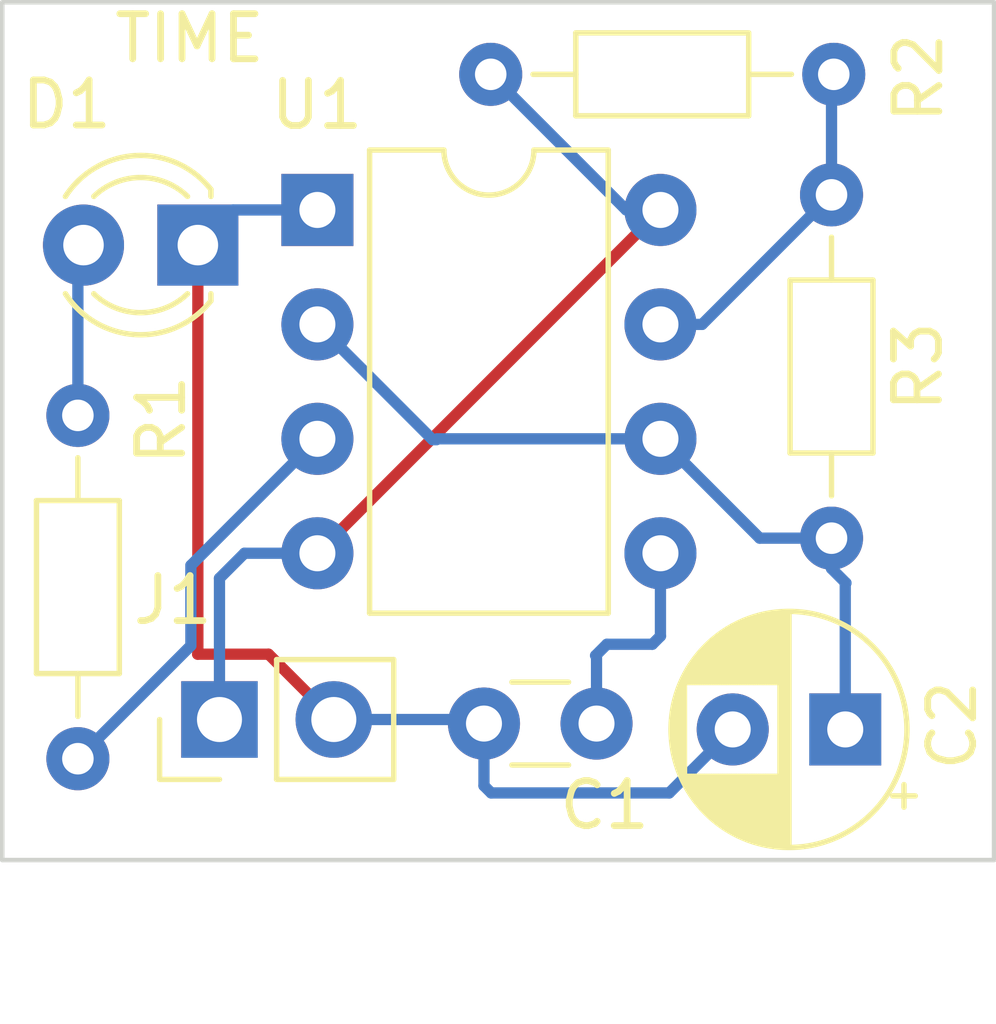
<source format=kicad_pcb>
(kicad_pcb (version 20211014) (generator pcbnew)
  (layers (0 "F.Cu" signal) (31 "B.Cu" signal) (34 "B.Paste" user) (35 "F.Paste" user) (36 "B.SilkS" user "B.Silkscreen") (37 "F.SilkS" user "F.Silkscreen") (38 "B.Mask" user) (39 "F.Mask" user) (44 "Edge.Cuts" user))
  (net 0 "")
  (net 1 "Net-(C1-Pad1)")
  (net 2 "GND")
  (net 3 "Net-(C2-Pad1)")
  (net 4 "Net-(D1-Pad2)")
  (net 5 "VCC")
  (net 6 "Net-(R1-Pad1)")
  (net 7 "Net-(R2-Pad2)")
  (footprint "Capacitor_THT:CP_Radial_D5.0mm_P2.50mm" (layer "F.Cu") (at 138.735113 95.05 180)
    (fp_text reference "C2" (at -2.374887 0.09 90) (layer "F.SilkS"))
    (fp_text value "1uF")
    (fp_line (start 1.53 1.04) (end 1.53 2.565) (layer "F.SilkS") (width 0.12))
    (fp_line (start 3.051 -1.864) (end 3.051 -1.04) (layer "F.SilkS") (width 0.12))
    (fp_line (start 3.291 -1.605) (end 3.291 -1.04) (layer "F.SilkS") (width 0.12))
    (fp_line (start 3.131 -1.785) (end 3.131 -1.04) (layer "F.SilkS") (width 0.12))
    (fp_line (start 3.371 1.04) (end 3.371 1.5) (layer "F.SilkS") (width 0.12))
    (fp_line (start 1.81 -2.52) (end 1.81 -1.04) (layer "F.SilkS") (width 0.12))
    (fp_line (start 2.091 -2.442) (end 2.091 -1.04) (layer "F.SilkS") (width 0.12))
    (fp_line (start 2.411 -2.31) (end 2.411 -1.04) (layer "F.SilkS") (width 0.12))
    (fp_line (start 1.69 1.04) (end 1.69 2.543) (layer "F.SilkS") (width 0.12))
    (fp_line (start 2.131 -2.428) (end 2.131 -1.04) (layer "F.SilkS") (width 0.12))
    (fp_line (start 3.091 1.04) (end 3.091 1.826) (layer "F.SilkS") (width 0.12))
    (fp_line (start 1.85 -2.511) (end 1.85 -1.04) (layer "F.SilkS") (width 0.12))
    (fp_line (start 1.57 1.04) (end 1.57 2.561) (layer "F.SilkS") (width 0.12))
    (fp_line (start 1.37 -2.578) (end 1.37 2.578) (layer "F.SilkS") (width 0.12))
    (fp_line (start 2.011 1.04) (end 2.011 2.468) (layer "F.SilkS") (width 0.12))
    (fp_line (start 2.971 -1.937) (end 2.971 -1.04) (layer "F.SilkS") (width 0.12))
    (fp_line (start 1.61 1.04) (end 1.61 2.556) (layer "F.SilkS") (width 0.12))
    (fp_line (start 2.811 -2.065) (end 2.811 -1.04) (layer "F.SilkS") (width 0.12))
    (fp_line (start 2.571 1.04) (end 2.571 2.224) (layer "F.SilkS") (width 0.12))
    (fp_line (start 3.291 1.04) (end 3.291 1.605) (layer "F.SilkS") (width 0.12))
    (fp_line (start 2.251 1.04) (end 2.251 2.382) (layer "F.SilkS") (width 0.12))
    (fp_line (start 1.61 -2.556) (end 1.61 -1.04) (layer "F.SilkS") (width 0.12))
    (fp_line (start 2.691 1.04) (end 2.691 2.149) (layer "F.SilkS") (width 0.12))
    (fp_line (start 2.651 1.04) (end 2.651 2.175) (layer "F.SilkS") (width 0.12))
    (fp_line (start 3.171 -1.743) (end 3.171 -1.04) (layer "F.SilkS") (width 0.12))
    (fp_line (start 3.371 -1.5) (end 3.371 -1.04) (layer "F.SilkS") (width 0.12))
    (fp_line (start 2.411 1.04) (end 2.411 2.31) (layer "F.SilkS") (width 0.12))
    (fp_line (start 2.931 -1.971) (end 2.931 -1.04) (layer "F.SilkS") (width 0.12))
    (fp_line (start 3.211 -1.699) (end 3.211 -1.04) (layer "F.SilkS") (width 0.12))
    (fp_line (start 2.011 -2.468) (end 2.011 -1.04) (layer "F.SilkS") (width 0.12))
    (fp_line (start 2.491 -2.268) (end 2.491 -1.04) (layer "F.SilkS") (width 0.12))
    (fp_line (start 2.451 1.04) (end 2.451 2.29) (layer "F.SilkS") (width 0.12))
    (fp_line (start 1.45 -2.573) (end 1.45 2.573) (layer "F.SilkS") (width 0.12))
    (fp_line (start 3.731 -0.805) (end 3.731 0.805) (layer "F.SilkS") (width 0.12))
    (fp_line (start 1.69 -2.543) (end 1.69 -1.04) (layer "F.SilkS") (width 0.12))
    (fp_line (start 3.251 1.04) (end 3.251 1.653) (layer "F.SilkS") (width 0.12))
    (fp_line (start 2.891 -2.004) (end 2.891 -1.04) (layer "F.SilkS") (width 0.12))
    (fp_line (start 1.77 1.04) (end 1.77 2.528) (layer "F.SilkS") (width 0.12))
    (fp_line (start 3.011 -1.901) (end 3.011 -1.04) (layer "F.SilkS") (width 0.12))
    (fp_line (start 3.691 -0.915) (end 3.691 0.915) (layer "F.SilkS") (width 0.12))
    (fp_line (start 2.771 1.04) (end 2.771 2.095) (layer "F.SilkS") (width 0.12))
    (fp_line (start 1.73 1.04) (end 1.73 2.536) (layer "F.SilkS") (width 0.12))
    (fp_line (start 3.091 -1.826) (end 3.091 -1.04) (layer "F.SilkS") (width 0.12))
    (fp_line (start 3.531 -1.251) (end 3.531 -1.04) (layer "F.SilkS") (width 0.12))
    (fp_line (start 3.211 1.04) (end 3.211 1.699) (layer "F.SilkS") (width 0.12))
    (fp_line (start 1.89 -2.501) (end 1.89 -1.04) (layer "F.SilkS") (width 0.12))
    (fp_line (start 2.171 -2.414) (end 2.171 -1.04) (layer "F.SilkS") (width 0.12))
    (fp_line (start 2.531 -2.247) (end 2.531 -1.04) (layer "F.SilkS") (width 0.12))
    (fp_line (start 2.211 -2.398) (end 2.211 -1.04) (layer "F.SilkS") (width 0.12))
    (fp_line (start 2.571 -2.224) (end 2.571 -1.04) (layer "F.SilkS") (width 0.12))
    (fp_line (start 3.011 1.04) (end 3.011 1.901) (layer "F.SilkS") (width 0.12))
    (fp_line (start 3.531 1.04) (end 3.531 1.251) (layer "F.SilkS") (width 0.12))
    (fp_line (start 2.051 1.04) (end 2.051 2.455) (layer "F.SilkS") (width 0.12))
    (fp_line (start 1.53 -2.565) (end 1.53 -1.04) (layer "F.SilkS") (width 0.12))
    (fp_line (start 2.371 -2.329) (end 2.371 -1.04) (layer "F.SilkS") (width 0.12))
    (fp_line (start 3.131 1.04) (end 3.131 1.785) (layer "F.SilkS") (width 0.12))
    (fp_line (start 1.89 1.04) (end 1.89 2.501) (layer "F.SilkS") (width 0.12))
    (fp_line (start 3.331 1.04) (end 3.331 1.554) (layer "F.SilkS") (width 0.12))
    (fp_line (start 1.85 1.04) (end 1.85 2.511) (layer "F.SilkS") (width 0.12))
    (fp_line (start 2.211 1.04) (end 2.211 2.398) (layer "F.SilkS") (width 0.12))
    (fp_line (start 1.57 -2.561) (end 1.57 -1.04) (layer "F.SilkS") (width 0.12))
    (fp_line (start 2.611 1.04) (end 2.611 2.2) (layer "F.SilkS") (width 0.12))
    (fp_line (start 2.731 1.04) (end 2.731 2.122) (layer "F.SilkS") (width 0.12))
    (fp_line (start 1.971 1.04) (end 1.971 2.48) (layer "F.SilkS") (width 0.12))
    (fp_line (start 1.77 -2.528) (end 1.77 -1.04) (layer "F.SilkS") (width 0.12))
    (fp_line (start 2.731 -2.122) (end 2.731 -1.04) (layer "F.SilkS") (width 0.12))
    (fp_line (start 3.491 1.04) (end 3.491 1.319) (layer "F.SilkS") (width 0.12))
    (fp_line (start 2.051 -2.455) (end 2.051 -1.04) (layer "F.SilkS") (width 0.12))
    (fp_line (start 2.851 1.04) (end 2.851 2.035) (layer "F.SilkS") (width 0.12))
    (fp_line (start 3.451 1.04) (end 3.451 1.383) (layer "F.SilkS") (width 0.12))
    (fp_line (start 2.091 1.04) (end 2.091 2.442) (layer "F.SilkS") (width 0.12))
    (fp_line (start 2.771 -2.095) (end 2.771 -1.04) (layer "F.SilkS") (width 0.12))
    (fp_line (start 2.891 1.04) (end 2.891 2.004) (layer "F.SilkS") (width 0.12))
    (fp_line (start 2.651 -2.175) (end 2.651 -1.04) (layer "F.SilkS") (width 0.12))
    (fp_line (start 2.451 -2.29) (end 2.451 -1.04) (layer "F.SilkS") (width 0.12))
    (fp_line (start 3.171 1.04) (end 3.171 1.743) (layer "F.SilkS") (width 0.12))
    (fp_line (start 3.411 -1.443) (end 3.411 -1.04) (layer "F.SilkS") (width 0.12))
    (fp_line (start 2.251 -2.382) (end 2.251 -1.04) (layer "F.SilkS") (width 0.12))
    (fp_line (start 3.251 -1.653) (end 3.251 -1.04) (layer "F.SilkS") (width 0.12))
    (fp_line (start 2.971 1.04) (end 2.971 1.937) (layer "F.SilkS") (width 0.12))
    (fp_line (start 3.611 -1.098) (end 3.611 1.098) (layer "F.SilkS") (width 0.12))
    (fp_line (start 2.531 1.04) (end 2.531 2.247) (layer "F.SilkS") (width 0.12))
    (fp_line (start 1.25 -2.58) (end 1.25 2.58) (layer "F.SilkS") (width 0.12))
    (fp_line (start 2.611 -2.2) (end 2.611 -1.04) (layer "F.SilkS") (width 0.12))
    (fp_line (start 2.331 1.04) (end 2.331 2.348) (layer "F.SilkS") (width 0.12))
    (fp_line (start 2.291 -2.365) (end 2.291 -1.04) (layer "F.SilkS") (width 0.12))
    (fp_line (start 1.41 -2.576) (end 1.41 2.576) (layer "F.SilkS") (width 0.12))
    (fp_line (start 3.571 -1.178) (end 3.571 1.178) (layer "F.SilkS") (width 0.12))
    (fp_line (start -1.554775 -1.475) (end -1.054775 -1.475) (layer "F.SilkS") (width 0.12))
    (fp_line (start 2.371 1.04) (end 2.371 2.329) (layer "F.SilkS") (width 0.12))
    (fp_line (start 2.491 1.04) (end 2.491 2.268) (layer "F.SilkS") (width 0.12))
    (fp_line (start 1.81 1.04) (end 1.81 2.52) (layer "F.SilkS") (width 0.12))
    (fp_line (start 2.851 -2.035) (end 2.851 -1.04) (layer "F.SilkS") (width 0.12))
    (fp_line (start 2.171 1.04) (end 2.171 2.414) (layer "F.SilkS") (width 0.12))
    (fp_line (start -1.304775 -1.725) (end -1.304775 -1.225) (layer "F.SilkS") (width 0.12))
    (fp_line (start 1.49 1.04) (end 1.49 2.569) (layer "F.SilkS") (width 0.12))
    (fp_line (start 1.33 -2.579) (end 1.33 2.579) (layer "F.SilkS") (width 0.12))
    (fp_line (start 2.691 -2.149) (end 2.691 -1.04) (layer "F.SilkS") (width 0.12))
    (fp_line (start 3.771 -0.677) (end 3.771 0.677) (layer "F.SilkS") (width 0.12))
    (fp_line (start 2.931 1.04) (end 2.931 1.971) (layer "F.SilkS") (width 0.12))
    (fp_line (start 3.651 -1.011) (end 3.651 1.011) (layer "F.SilkS") (width 0.12))
    (fp_line (start 1.65 -2.55) (end 1.65 -1.04) (layer "F.SilkS") (width 0.12))
    (fp_line (start 3.411 1.04) (end 3.411 1.443) (layer "F.SilkS") (width 0.12))
    (fp_line (start 3.331 -1.554) (end 3.331 -1.04) (layer "F.SilkS") (width 0.12))
    (fp_line (start 3.851 -0.284) (end 3.851 0.284) (layer "F.SilkS") (width 0.12))
    (fp_line (start 1.93 1.04) (end 1.93 2.491) (layer "F.SilkS") (width 0.12))
    (fp_line (start 3.451 -1.383) (end 3.451 -1.04) (layer "F.SilkS") (width 0.12))
    (fp_line (start 2.811 1.04) (end 2.811 2.065) (layer "F.SilkS") (width 0.12))
    (fp_line (start 2.131 1.04) (end 2.131 2.428) (layer "F.SilkS") (width 0.12))
    (fp_line (start 1.73 -2.536) (end 1.73 -1.04) (layer "F.SilkS") (width 0.12))
    (fp_line (start 3.491 -1.319) (end 3.491 -1.04) (layer "F.SilkS") (width 0.12))
    (fp_line (start 2.291 1.04) (end 2.291 2.365) (layer "F.SilkS") (width 0.12))
    (fp_line (start 1.49 -2.569) (end 1.49 -1.04) (layer "F.SilkS") (width 0.12))
    (fp_line (start 1.29 -2.58) (end 1.29 2.58) (layer "F.SilkS") (width 0.12))
    (fp_line (start 1.971 -2.48) (end 1.971 -1.04) (layer "F.SilkS") (width 0.12))
    (fp_line (start 2.331 -2.348) (end 2.331 -1.04) (layer "F.SilkS") (width 0.12))
    (fp_line (start 1.65 1.04) (end 1.65 2.55) (layer "F.SilkS") (width 0.12))
    (fp_line (start 3.811 -0.518) (end 3.811 0.518) (layer "F.SilkS") (width 0.12))
    (fp_line (start 3.051 1.04) (end 3.051 1.864) (layer "F.SilkS") (width 0.12))
    (fp_line (start 1.93 -2.491) (end 1.93 -1.04) (layer "F.SilkS") (width 0.12))
    (fp_circle (center 1.25 0) (end 3.87 0) (layer "F.SilkS") (width 0.12) (fill none))
    (pad "1" thru_hole rect (at 0 0 180) (size 1.6 1.6) (drill 0.8) (layers *.Cu *.Mask) (net 3 "Net-(C2-Pad1)"))
    (pad "2" thru_hole circle (at 2.5 0 180) (size 1.6 1.6) (drill 0.8) (layers *.Cu *.Mask) (net 2 "GND"))
  )
  (footprint "Resistor_THT:R_Axial_DIN0204_L3.6mm_D1.6mm_P7.62mm_Horizontal" (layer "F.Cu") (at 130.86 80.51)
    (fp_text reference "R2" (at 9.5 0.08 90) (layer "F.SilkS"))
    (fp_text value "1k")
    (fp_line (start 1.89 0.92) (end 5.73 0.92) (layer "F.SilkS") (width 0.12))
    (fp_line (start 5.73 -0.92) (end 1.89 -0.92) (layer "F.SilkS") (width 0.12))
    (fp_line (start 5.73 0.92) (end 5.73 -0.92) (layer "F.SilkS") (width 0.12))
    (fp_line (start 6.68 0) (end 5.73 0) (layer "F.SilkS") (width 0.12))
    (fp_line (start 1.89 -0.92) (end 1.89 0.92) (layer "F.SilkS") (width 0.12))
    (fp_line (start 0.94 0) (end 1.89 0) (layer "F.SilkS") (width 0.12))
    (pad "1" thru_hole circle (at 0 0) (size 1.4 1.4) (drill 0.7) (layers *.Cu *.Mask) (net 5 "VCC"))
    (pad "2" thru_hole oval (at 7.62 0) (size 1.4 1.4) (drill 0.7) (layers *.Cu *.Mask) (net 7 "Net-(R2-Pad2)"))
  )
  (footprint "Capacitor_THT:C_Disc_D3.0mm_W1.6mm_P2.50mm" (layer "F.Cu") (at 133.21 94.92 180)
    (fp_text reference "C1" (at -0.18 -1.81) (layer "F.SilkS"))
    (fp_text value "100nF")
    (fp_line (start 0.621 -0.92) (end 1.879 -0.92) (layer "F.SilkS") (width 0.12))
    (fp_line (start 0.621 0.92) (end 1.879 0.92) (layer "F.SilkS") (width 0.12))
    (pad "1" thru_hole circle (at 0 0 180) (size 1.6 1.6) (drill 0.8) (layers *.Cu *.Mask) (net 1 "Net-(C1-Pad1)"))
    (pad "2" thru_hole circle (at 2.5 0 180) (size 1.6 1.6) (drill 0.8) (layers *.Cu *.Mask) (net 2 "GND"))
  )
  (footprint "Connector_PinHeader_2.54mm:PinHeader_1x02_P2.54mm_Vertical" (layer "F.Cu") (at 124.835 94.83 90)
    (fp_text reference "J1" (at 2.65 -1.035 180) (layer "F.SilkS"))
    (fp_text value "Conn_01x02_Male")
    (fp_line (start -1.33 -1.33) (end 0 -1.33) (layer "F.SilkS") (width 0.12))
    (fp_line (start -1.33 3.87) (end 1.33 3.87) (layer "F.SilkS") (width 0.12))
    (fp_line (start 1.33 1.27) (end 1.33 3.87) (layer "F.SilkS") (width 0.12))
    (fp_line (start -1.33 1.27) (end 1.33 1.27) (layer "F.SilkS") (width 0.12))
    (fp_line (start -1.33 1.27) (end -1.33 3.87) (layer "F.SilkS") (width 0.12))
    (fp_line (start -1.33 0) (end -1.33 -1.33) (layer "F.SilkS") (width 0.12))
    (pad "1" thru_hole rect (at 0 0 90) (size 1.7 1.7) (drill 1) (layers *.Cu *.Mask) (net 5 "VCC"))
    (pad "2" thru_hole oval (at 0 2.54 90) (size 1.7 1.7) (drill 1) (layers *.Cu *.Mask) (net 2 "GND"))
  )
  (footprint "LED_THT:LED_D3.0mm" (layer "F.Cu") (at 124.355 84.3 180)
    (fp_text reference "D1" (at 2.915 3.12) (layer "F.SilkS"))
    (fp_text value "LED")
    (fp_line (start -0.29 1.08) (end -0.29 1.236) (layer "F.SilkS") (width 0.12))
    (fp_line (start -0.29 -1.236) (end -0.29 -1.08) (layer "F.SilkS") (width 0.12))
    (fp_arc (start 2.31113 1.079837) (mid 1.270117 1.5) (end 0.229039 1.08) (layer "F.SilkS") (width 0.12))
    (fp_arc (start 0.229039 -1.08) (mid 1.270117 -1.5) (end 2.31113 -1.079837) (layer "F.SilkS") (width 0.12))
    (fp_arc (start 2.942335 1.078608) (mid 1.366487 1.987659) (end -0.29 1.235516) (layer "F.SilkS") (width 0.12))
    (fp_arc (start -0.29 -1.235516) (mid 1.366487 -1.987659) (end 2.942335 -1.078608) (layer "F.SilkS") (width 0.12))
    (pad "1" thru_hole rect (at 0 0 180) (size 1.8 1.8) (drill 0.9) (layers *.Cu *.Mask) (net 2 "GND"))
    (pad "2" thru_hole circle (at 2.54 0 180) (size 1.8 1.8) (drill 0.9) (layers *.Cu *.Mask) (net 4 "Net-(D1-Pad2)"))
  )
  (footprint "Resistor_THT:R_Axial_DIN0204_L3.6mm_D1.6mm_P7.62mm_Horizontal" (layer "F.Cu") (at 121.69 95.7 90)
    (fp_text reference "R1" (at 7.52 1.85 270) (layer "F.SilkS"))
    (fp_text value "330")
    (fp_line (start 0.94 0) (end 1.89 0) (layer "F.SilkS") (width 0.12))
    (fp_line (start 1.89 -0.92) (end 1.89 0.92) (layer "F.SilkS") (width 0.12))
    (fp_line (start 5.73 0.92) (end 5.73 -0.92) (layer "F.SilkS") (width 0.12))
    (fp_line (start 6.68 0) (end 5.73 0) (layer "F.SilkS") (width 0.12))
    (fp_line (start 1.89 0.92) (end 5.73 0.92) (layer "F.SilkS") (width 0.12))
    (fp_line (start 5.73 -0.92) (end 1.89 -0.92) (layer "F.SilkS") (width 0.12))
    (pad "1" thru_hole circle (at 0 0 90) (size 1.4 1.4) (drill 0.7) (layers *.Cu *.Mask) (net 6 "Net-(R1-Pad1)"))
    (pad "2" thru_hole oval (at 7.62 0 90) (size 1.4 1.4) (drill 0.7) (layers *.Cu *.Mask) (net 4 "Net-(D1-Pad2)"))
  )
  (footprint "Package_DIP:DIP-8_W7.62mm" (layer "F.Cu") (at 127.01 83.52)
    (fp_text reference "U1" (at -0.01 -2.33) (layer "F.SilkS"))
    (fp_text value "LM555xN")
    (fp_line (start 1.16 -1.33) (end 1.16 8.95) (layer "F.SilkS") (width 0.12))
    (fp_line (start 2.81 -1.33) (end 1.16 -1.33) (layer "F.SilkS") (width 0.12))
    (fp_line (start 6.46 8.95) (end 6.46 -1.33) (layer "F.SilkS") (width 0.12))
    (fp_line (start 6.46 -1.33) (end 4.81 -1.33) (layer "F.SilkS") (width 0.12))
    (fp_line (start 1.16 8.95) (end 6.46 8.95) (layer "F.SilkS") (width 0.12))
    (fp_arc (start 4.81 -1.33) (mid 3.81 -0.33) (end 2.81 -1.33) (layer "F.SilkS") (width 0.12))
    (pad "1" thru_hole rect (at 0 0) (size 1.6 1.6) (drill 0.8) (layers *.Cu *.Mask) (net 2 "GND"))
    (pad "2" thru_hole oval (at 0 2.54) (size 1.6 1.6) (drill 0.8) (layers *.Cu *.Mask) (net 3 "Net-(C2-Pad1)"))
    (pad "3" thru_hole oval (at 0 5.08) (size 1.6 1.6) (drill 0.8) (layers *.Cu *.Mask) (net 6 "Net-(R1-Pad1)"))
    (pad "4" thru_hole oval (at 0 7.62) (size 1.6 1.6) (drill 0.8) (layers *.Cu *.Mask) (net 5 "VCC"))
    (pad "5" thru_hole oval (at 7.62 7.62) (size 1.6 1.6) (drill 0.8) (layers *.Cu *.Mask) (net 1 "Net-(C1-Pad1)"))
    (pad "6" thru_hole oval (at 7.62 5.08) (size 1.6 1.6) (drill 0.8) (layers *.Cu *.Mask) (net 3 "Net-(C2-Pad1)"))
    (pad "7" thru_hole oval (at 7.62 2.54) (size 1.6 1.6) (drill 0.8) (layers *.Cu *.Mask) (net 7 "Net-(R2-Pad2)"))
    (pad "8" thru_hole oval (at 7.62 0) (size 1.6 1.6) (drill 0.8) (layers *.Cu *.Mask) (net 5 "VCC"))
  )
  (footprint "Resistor_THT:R_Axial_DIN0204_L3.6mm_D1.6mm_P7.62mm_Horizontal" (layer "F.Cu") (at 138.43 83.185 -90)
    (fp_text reference "R3" (at 3.81 -1.92 90) (layer "F.SilkS"))
    (fp_text value "470k")
    (fp_line (start 5.73 -0.92) (end 1.89 -0.92) (layer "F.SilkS") (width 0.12))
    (fp_line (start 5.73 0.92) (end 5.73 -0.92) (layer "F.SilkS") (width 0.12))
    (fp_line (start 1.89 -0.92) (end 1.89 0.92) (layer "F.SilkS") (width 0.12))
    (fp_line (start 1.89 0.92) (end 5.73 0.92) (layer "F.SilkS") (width 0.12))
    (fp_line (start 6.68 0) (end 5.73 0) (layer "F.SilkS") (width 0.12))
    (fp_line (start 0.94 0) (end 1.89 0) (layer "F.SilkS") (width 0.12))
    (pad "1" thru_hole circle (at 0 0 270) (size 1.4 1.4) (drill 0.7) (layers *.Cu *.Mask) (net 7 "Net-(R2-Pad2)"))
    (pad "2" thru_hole oval (at 7.62 0 270) (size 1.4 1.4) (drill 0.7) (layers *.Cu *.Mask) (net 3 "Net-(C2-Pad1)"))
  )
  (gr_rect (start 120.01 78.91) (end 142.04 97.95) (layer "Edge.Cuts") (width 0.1) (fill none))
  (gr_text "TIME" (at 124.17 79.71) (layer "F.SilkS") (effects (font (size 1 1))))
  (segment (start 133.19 93.41) (end 133.44 93.16) (width 0.25) (layer "B.Cu") (net 1))
  (segment (start 134.45 93.16) (end 134.63 92.98) (width 0.25) (layer "B.Cu") (net 1))
  (segment (start 133.21 93.43) (end 133.19 93.41) (width 0.25) (layer "B.Cu") (net 1))
  (segment (start 133.44 93.16) (end 134.45 93.16) (width 0.25) (layer "B.Cu") (net 1))
  (segment (start 133.21 94.92) (end 133.21 93.43) (width 0.25) (layer "B.Cu") (net 1))
  (segment (start 134.63 92.98) (end 134.63 91.14) (width 0.25) (layer "B.Cu") (net 1))
  (segment (start 124.355 93.375) (end 124.355 84.3) (width 0.25) (layer "F.Cu") (net 2))
  (segment (start 127.375 94.83) (end 125.925 93.38) (width 0.25) (layer "F.Cu") (net 2))
  (segment (start 125.925 93.38) (end 124.35 93.38) (width 0.25) (layer "F.Cu") (net 2))
  (segment (start 124.35 93.38) (end 124.355 93.375) (width 0.25) (layer "F.Cu") (net 2))
  (segment (start 127.01 83.52) (end 125.135 83.52) (width 0.25) (layer "B.Cu") (net 2))
  (segment (start 130.71 96.3) (end 130.71 94.92) (width 0.25) (layer "B.Cu") (net 2))
  (segment (start 130.87 96.46) (end 130.71 96.3) (width 0.25) (layer "B.Cu") (net 2))
  (segment (start 136.235113 95.05) (end 134.825113 96.46) (width 0.25) (layer "B.Cu") (net 2))
  (segment (start 130.62 94.83) (end 130.71 94.92) (width 0.25) (layer "B.Cu") (net 2))
  (segment (start 125.135 83.52) (end 124.355 84.3) (width 0.25) (layer "B.Cu") (net 2))
  (segment (start 134.825113 96.46) (end 130.87 96.46) (width 0.25) (layer "B.Cu") (net 2))
  (segment (start 127.375 94.83) (end 130.62 94.83) (width 0.25) (layer "B.Cu") (net 2))
  (segment (start 138.735113 91.814887) (end 138.735113 95.05) (width 0.25) (layer "B.Cu") (net 3))
  (segment (start 127.01 86.06) (end 129.57 88.62) (width 0.25) (layer "B.Cu") (net 3))
  (segment (start 129.65 88.62) (end 129.67 88.6) (width 0.25) (layer "B.Cu") (net 3))
  (segment (start 129.67 88.6) (end 134.63 88.6) (width 0.25) (layer "B.Cu") (net 3))
  (segment (start 138.43 91.48) (end 138.75 91.8) (width 0.25) (layer "B.Cu") (net 3))
  (segment (start 129.57 88.62) (end 129.65 88.62) (width 0.25) (layer "B.Cu") (net 3))
  (segment (start 136.835 90.805) (end 134.63 88.6) (width 0.25) (layer "B.Cu") (net 3))
  (segment (start 138.75 91.8) (end 138.735113 91.814887) (width 0.25) (layer "B.Cu") (net 3))
  (segment (start 138.43 90.805) (end 136.835 90.805) (width 0.25) (layer "B.Cu") (net 3))
  (segment (start 138.43 90.805) (end 138.43 91.48) (width 0.25) (layer "B.Cu") (net 3))
  (segment (start 121.69 84.425) (end 121.815 84.3) (width 0.25) (layer "B.Cu") (net 4))
  (segment (start 121.69 88.08) (end 121.69 84.425) (width 0.25) (layer "B.Cu") (net 4))
  (segment (start 134.63 83.52) (end 127.01 91.14) (width 0.25) (layer "F.Cu") (net 5))
  (segment (start 124.835 94.83) (end 124.835 91.695) (width 0.25) (layer "B.Cu") (net 5))
  (segment (start 133.87 83.52) (end 134.63 83.52) (width 0.25) (layer "B.Cu") (net 5))
  (segment (start 125.39 91.14) (end 127.01 91.14) (width 0.25) (layer "B.Cu") (net 5))
  (segment (start 124.835 91.695) (end 125.39 91.14) (width 0.25) (layer "B.Cu") (net 5))
  (segment (start 130.86 80.51) (end 133.87 83.52) (width 0.25) (layer "B.Cu") (net 5))
  (segment (start 124.2 93.19) (end 121.69 95.7) (width 0.25) (layer "B.Cu") (net 6))
  (segment (start 124.2 91.41) (end 124.2 93.19) (width 0.25) (layer "B.Cu") (net 6))
  (segment (start 127.01 88.6) (end 124.2 91.41) (width 0.25) (layer "B.Cu") (net 6))
  (segment (start 138.43 80.56) (end 138.48 80.51) (width 0.25) (layer "B.Cu") (net 7))
  (segment (start 138.43 83.185) (end 138.43 80.56) (width 0.25) (layer "B.Cu") (net 7))
  (segment (start 135.555 86.06) (end 134.63 86.06) (width 0.25) (layer "B.Cu") (net 7))
  (segment (start 138.43 83.185) (end 135.555 86.06) (width 0.25) (layer "B.Cu") (net 7))
)
</source>
